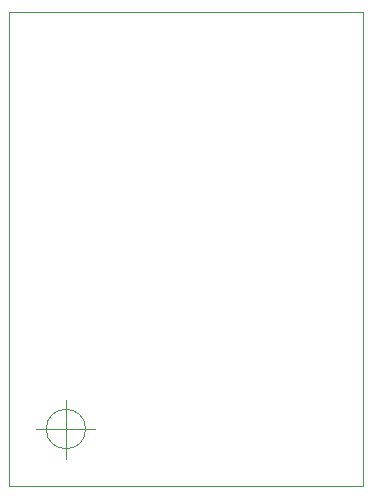
<source format=gbr>
%TF.GenerationSoftware,KiCad,Pcbnew,6.0.11+dfsg-1~bpo11+1*%
%TF.CreationDate,2023-05-28T01:06:14+00:00*%
%TF.ProjectId,ACOMP01,41434f4d-5030-4312-9e6b-696361645f70,rev?*%
%TF.SameCoordinates,Original*%
%TF.FileFunction,Profile,NP*%
%FSLAX46Y46*%
G04 Gerber Fmt 4.6, Leading zero omitted, Abs format (unit mm)*
G04 Created by KiCad (PCBNEW 6.0.11+dfsg-1~bpo11+1) date 2023-05-28 01:06:14*
%MOMM*%
%LPD*%
G01*
G04 APERTURE LIST*
%TA.AperFunction,Profile*%
%ADD10C,0.012700*%
%TD*%
G04 APERTURE END LIST*
D10*
X-4826000Y35306000D02*
X-4826000Y-4826000D01*
X25146000Y-4826000D02*
X25146000Y35306000D01*
X25146000Y-4826000D02*
X-4826000Y-4826000D01*
X-4826000Y35306000D02*
X25146000Y35306000D01*
X1666666Y0D02*
G75*
G03*
X1666666Y0I-1666666J0D01*
G01*
X-2500000Y0D02*
X2500000Y0D01*
X0Y2500000D02*
X0Y-2500000D01*
X1666666Y0D02*
G75*
G03*
X1666666Y0I-1666666J0D01*
G01*
X-2500000Y0D02*
X2500000Y0D01*
X0Y2500000D02*
X0Y-2500000D01*
X1666666Y0D02*
G75*
G03*
X1666666Y0I-1666666J0D01*
G01*
X-2500000Y0D02*
X2500000Y0D01*
X0Y2500000D02*
X0Y-2500000D01*
M02*

</source>
